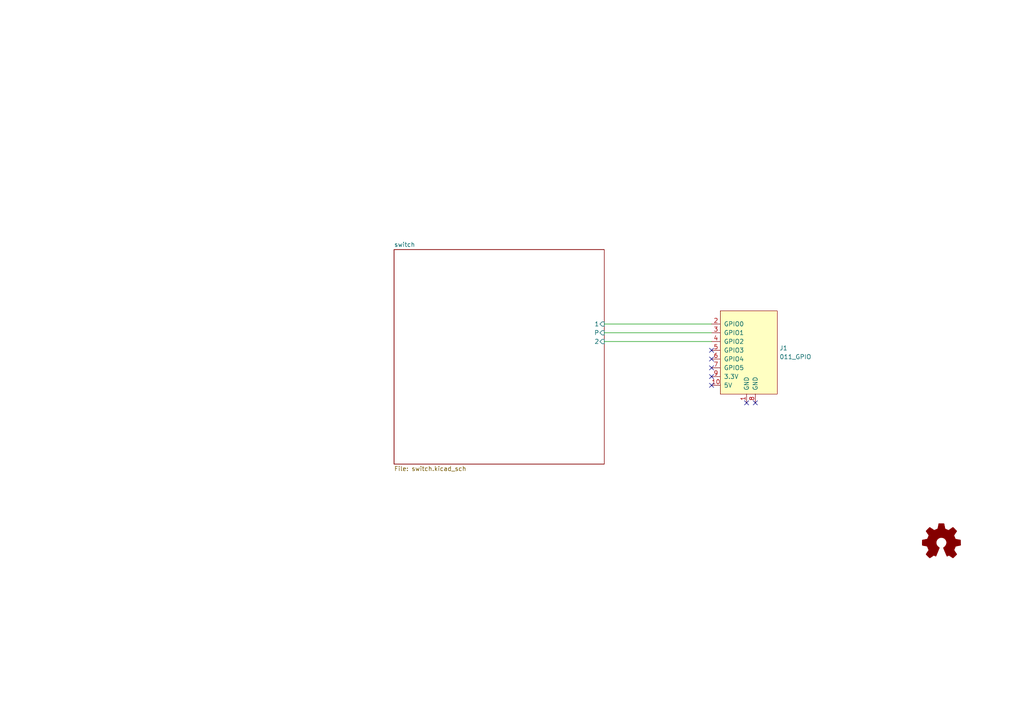
<source format=kicad_sch>
(kicad_sch (version 20211123) (generator eeschema)

  (uuid 57732dd3-1162-4c3f-88bd-31bf473d124d)

  (paper "A4")

  (lib_symbols
    (symbol "Graphic:Logo_Open_Hardware_Small" (pin_names (offset 1.016)) (in_bom yes) (on_board yes)
      (property "Reference" "#LOGO" (id 0) (at 0 6.985 0)
        (effects (font (size 1.27 1.27)) hide)
      )
      (property "Value" "Logo_Open_Hardware_Small" (id 1) (at 0 -5.715 0)
        (effects (font (size 1.27 1.27)) hide)
      )
      (property "Footprint" "" (id 2) (at 0 0 0)
        (effects (font (size 1.27 1.27)) hide)
      )
      (property "Datasheet" "~" (id 3) (at 0 0 0)
        (effects (font (size 1.27 1.27)) hide)
      )
      (property "ki_keywords" "Logo" (id 4) (at 0 0 0)
        (effects (font (size 1.27 1.27)) hide)
      )
      (property "ki_description" "Open Hardware logo, small" (id 5) (at 0 0 0)
        (effects (font (size 1.27 1.27)) hide)
      )
      (symbol "Logo_Open_Hardware_Small_0_1"
        (polyline
          (pts
            (xy 3.3528 -4.3434)
            (xy 3.302 -4.318)
            (xy 3.175 -4.2418)
            (xy 2.9972 -4.1148)
            (xy 2.7686 -3.9624)
            (xy 2.54 -3.81)
            (xy 2.3622 -3.7084)
            (xy 2.2352 -3.6068)
            (xy 2.1844 -3.5814)
            (xy 2.159 -3.6068)
            (xy 2.0574 -3.6576)
            (xy 1.905 -3.7338)
            (xy 1.8034 -3.7846)
            (xy 1.6764 -3.8354)
            (xy 1.6002 -3.8354)
            (xy 1.6002 -3.8354)
            (xy 1.5494 -3.7338)
            (xy 1.4732 -3.5306)
            (xy 1.3462 -3.302)
            (xy 1.2446 -3.0226)
            (xy 1.1176 -2.7178)
            (xy 0.9652 -2.413)
            (xy 0.8636 -2.1082)
            (xy 0.7366 -1.8288)
            (xy 0.6604 -1.6256)
            (xy 0.6096 -1.4732)
            (xy 0.5842 -1.397)
            (xy 0.5842 -1.397)
            (xy 0.6604 -1.3208)
            (xy 0.7874 -1.2446)
            (xy 1.0414 -1.016)
            (xy 1.2954 -0.6858)
            (xy 1.4478 -0.3302)
            (xy 1.524 0.0762)
            (xy 1.4732 0.4572)
            (xy 1.3208 0.8128)
            (xy 1.0668 1.143)
            (xy 0.762 1.3716)
            (xy 0.4064 1.524)
            (xy 0 1.5748)
            (xy -0.381 1.5494)
            (xy -0.7366 1.397)
            (xy -1.0668 1.143)
            (xy -1.2192 0.9906)
            (xy -1.397 0.6604)
            (xy -1.524 0.3048)
            (xy -1.524 0.2286)
            (xy -1.4986 -0.1778)
            (xy -1.397 -0.5334)
            (xy -1.1938 -0.8636)
            (xy -0.9144 -1.143)
            (xy -0.8636 -1.1684)
            (xy -0.7366 -1.27)
            (xy -0.635 -1.3462)
            (xy -0.5842 -1.397)
            (xy -1.0668 -2.5908)
            (xy -1.143 -2.794)
            (xy -1.2954 -3.1242)
            (xy -1.397 -3.4036)
            (xy -1.4986 -3.6322)
            (xy -1.5748 -3.7846)
            (xy -1.6002 -3.8354)
            (xy -1.6002 -3.8354)
            (xy -1.651 -3.8354)
            (xy -1.7272 -3.81)
            (xy -1.905 -3.7338)
            (xy -2.0066 -3.683)
            (xy -2.1336 -3.6068)
            (xy -2.2098 -3.5814)
            (xy -2.2606 -3.6068)
            (xy -2.3622 -3.683)
            (xy -2.54 -3.81)
            (xy -2.7686 -3.9624)
            (xy -2.9718 -4.0894)
            (xy -3.1496 -4.2164)
            (xy -3.302 -4.318)
            (xy -3.3528 -4.3434)
            (xy -3.3782 -4.3434)
            (xy -3.429 -4.318)
            (xy -3.5306 -4.2164)
            (xy -3.7084 -4.064)
            (xy -3.937 -3.8354)
            (xy -3.9624 -3.81)
            (xy -4.1656 -3.6068)
            (xy -4.318 -3.4544)
            (xy -4.4196 -3.3274)
            (xy -4.445 -3.2766)
            (xy -4.445 -3.2766)
            (xy -4.4196 -3.2258)
            (xy -4.318 -3.0734)
            (xy -4.2164 -2.8956)
            (xy -4.064 -2.667)
            (xy -3.6576 -2.0828)
            (xy -3.8862 -1.5494)
            (xy -3.937 -1.3716)
            (xy -4.0386 -1.1684)
            (xy -4.0894 -1.0414)
            (xy -4.1148 -0.9652)
            (xy -4.191 -0.9398)
            (xy -4.318 -0.9144)
            (xy -4.5466 -0.8636)
            (xy -4.8006 -0.8128)
            (xy -5.0546 -0.7874)
            (xy -5.2578 -0.7366)
            (xy -5.4356 -0.7112)
            (xy -5.5118 -0.6858)
            (xy -5.5118 -0.6858)
            (xy -5.5372 -0.635)
            (xy -5.5372 -0.5588)
            (xy -5.5372 -0.4318)
            (xy -5.5626 -0.2286)
            (xy -5.5626 0.0762)
            (xy -5.5626 0.127)
            (xy -5.5372 0.4064)
            (xy -5.5372 0.635)
            (xy -5.5372 0.762)
            (xy -5.5372 0.8382)
            (xy -5.5372 0.8382)
            (xy -5.461 0.8382)
            (xy -5.3086 0.889)
            (xy -5.08 0.9144)
            (xy -4.826 0.9652)
            (xy -4.8006 0.9906)
            (xy -4.5466 1.0414)
            (xy -4.318 1.0668)
            (xy -4.1656 1.1176)
            (xy -4.0894 1.143)
            (xy -4.0894 1.143)
            (xy -4.0386 1.2446)
            (xy -3.9624 1.4224)
            (xy -3.8608 1.6256)
            (xy -3.7846 1.8288)
            (xy -3.7084 2.0066)
            (xy -3.6576 2.159)
            (xy -3.6322 2.2098)
            (xy -3.6322 2.2098)
            (xy -3.683 2.286)
            (xy -3.7592 2.413)
            (xy -3.8862 2.5908)
            (xy -4.064 2.8194)
            (xy -4.064 2.8448)
            (xy -4.2164 3.0734)
            (xy -4.3434 3.2512)
            (xy -4.4196 3.3782)
            (xy -4.445 3.4544)
            (xy -4.445 3.4544)
            (xy -4.3942 3.5052)
            (xy -4.2926 3.6322)
            (xy -4.1148 3.81)
            (xy -3.937 4.0132)
            (xy -3.8608 4.064)
            (xy -3.6576 4.2926)
            (xy -3.5052 4.4196)
            (xy -3.4036 4.4958)
            (xy -3.3528 4.5212)
            (xy -3.3528 4.5212)
            (xy -3.302 4.4704)
            (xy -3.1496 4.3688)
            (xy -2.9718 4.2418)
            (xy -2.7432 4.0894)
            (xy -2.7178 4.0894)
            (xy -2.4892 3.937)
            (xy -2.3114 3.81)
            (xy -2.1844 3.7084)
            (xy -2.1336 3.683)
            (xy -2.1082 3.683)
            (xy -2.032 3.7084)
            (xy -1.8542 3.7592)
            (xy -1.6764 3.8354)
            (xy -1.4732 3.937)
            (xy -1.27 4.0132)
            (xy -1.143 4.064)
            (xy -1.0668 4.1148)
            (xy -1.0668 4.1148)
            (xy -1.0414 4.191)
            (xy -1.016 4.3434)
            (xy -0.9652 4.572)
            (xy -0.9144 4.8514)
            (xy -0.889 4.9022)
            (xy -0.8382 5.1562)
            (xy -0.8128 5.3848)
            (xy -0.7874 5.5372)
            (xy -0.762 5.588)
            (xy -0.7112 5.6134)
            (xy -0.5842 5.6134)
            (xy -0.4064 5.6134)
            (xy -0.1524 5.6134)
            (xy 0.0762 5.6134)
            (xy 0.3302 5.6134)
            (xy 0.5334 5.6134)
            (xy 0.6858 5.588)
            (xy 0.7366 5.588)
            (xy 0.7366 5.588)
            (xy 0.762 5.5118)
            (xy 0.8128 5.334)
            (xy 0.8382 5.1054)
            (xy 0.9144 4.826)
            (xy 0.9144 4.7752)
            (xy 0.9652 4.5212)
            (xy 1.016 4.2926)
            (xy 1.0414 4.1402)
            (xy 1.0668 4.0894)
            (xy 1.0668 4.0894)
            (xy 1.1938 4.0386)
            (xy 1.3716 3.9624)
            (xy 1.5748 3.8608)
            (xy 2.0828 3.6576)
            (xy 2.7178 4.0894)
            (xy 2.7686 4.1402)
            (xy 2.9972 4.2926)
            (xy 3.175 4.4196)
            (xy 3.302 4.4958)
            (xy 3.3782 4.5212)
            (xy 3.3782 4.5212)
            (xy 3.429 4.4704)
            (xy 3.556 4.3434)
            (xy 3.7338 4.191)
            (xy 3.9116 3.9878)
            (xy 4.064 3.8354)
            (xy 4.2418 3.6576)
            (xy 4.3434 3.556)
            (xy 4.4196 3.4798)
            (xy 4.4196 3.429)
            (xy 4.4196 3.4036)
            (xy 4.3942 3.3274)
            (xy 4.2926 3.2004)
            (xy 4.1656 2.9972)
            (xy 4.0132 2.794)
            (xy 3.8862 2.5908)
            (xy 3.7592 2.3876)
            (xy 3.6576 2.2352)
            (xy 3.6322 2.159)
            (xy 3.6322 2.1336)
            (xy 3.683 2.0066)
            (xy 3.7592 1.8288)
            (xy 3.8608 1.6002)
            (xy 4.064 1.1176)
            (xy 4.3942 1.0414)
            (xy 4.5974 1.016)
            (xy 4.8768 0.9652)
            (xy 5.1308 0.9144)
            (xy 5.5372 0.8382)
            (xy 5.5626 -0.6604)
            (xy 5.4864 -0.6858)
            (xy 5.4356 -0.6858)
            (xy 5.2832 -0.7366)
            (xy 5.0546 -0.762)
            (xy 4.8006 -0.8128)
            (xy 4.5974 -0.8636)
            (xy 4.3688 -0.9144)
            (xy 4.2164 -0.9398)
            (xy 4.1402 -0.9398)
            (xy 4.1148 -0.9652)
            (xy 4.064 -1.0668)
            (xy 3.9878 -1.2446)
            (xy 3.9116 -1.4478)
            (xy 3.81 -1.651)
            (xy 3.7338 -1.8542)
            (xy 3.683 -2.0066)
            (xy 3.6576 -2.0828)
            (xy 3.683 -2.1336)
            (xy 3.7846 -2.2606)
            (xy 3.8862 -2.4638)
            (xy 4.0386 -2.667)
            (xy 4.191 -2.8956)
            (xy 4.318 -3.0734)
            (xy 4.3942 -3.2004)
            (xy 4.445 -3.2766)
            (xy 4.4196 -3.3274)
            (xy 4.3434 -3.429)
            (xy 4.1656 -3.5814)
            (xy 3.937 -3.8354)
            (xy 3.8862 -3.8608)
            (xy 3.683 -4.064)
            (xy 3.5306 -4.2164)
            (xy 3.4036 -4.318)
            (xy 3.3528 -4.3434)
          )
          (stroke (width 0) (type default) (color 0 0 0 0))
          (fill (type outline))
        )
      )
    )
    (symbol "put_on_edge:011_GPIO" (pin_names (offset 1.016)) (in_bom yes) (on_board yes)
      (property "Reference" "J" (id 0) (at -2.54 13.97 0)
        (effects (font (size 1.27 1.27)))
      )
      (property "Value" "011_GPIO" (id 1) (at 8.89 13.97 0)
        (effects (font (size 1.27 1.27)))
      )
      (property "Footprint" "" (id 2) (at 7.62 16.51 0)
        (effects (font (size 1.27 1.27)) hide)
      )
      (property "Datasheet" "" (id 3) (at 7.62 16.51 0)
        (effects (font (size 1.27 1.27)) hide)
      )
      (symbol "011_GPIO_0_1"
        (rectangle (start -8.89 12.7) (end 7.62 -11.43)
          (stroke (width 0) (type default) (color 0 0 0 0))
          (fill (type background))
        )
      )
      (symbol "011_GPIO_1_1"
        (pin power_in line (at -1.27 -13.97 90) (length 2.54)
          (name "GND" (effects (font (size 1.27 1.27))))
          (number "1" (effects (font (size 1.27 1.27))))
        )
        (pin power_in line (at -11.43 -8.89 0) (length 2.54)
          (name "5V" (effects (font (size 1.27 1.27))))
          (number "10" (effects (font (size 1.27 1.27))))
        )
        (pin bidirectional line (at -11.43 8.89 0) (length 2.54)
          (name "GPIO0" (effects (font (size 1.27 1.27))))
          (number "2" (effects (font (size 1.27 1.27))))
        )
        (pin bidirectional line (at -11.43 6.35 0) (length 2.54)
          (name "GPIO1" (effects (font (size 1.27 1.27))))
          (number "3" (effects (font (size 1.27 1.27))))
        )
        (pin bidirectional line (at -11.43 3.81 0) (length 2.54)
          (name "GPIO2" (effects (font (size 1.27 1.27))))
          (number "4" (effects (font (size 1.27 1.27))))
        )
        (pin bidirectional line (at -11.43 1.27 0) (length 2.54)
          (name "GPIO3" (effects (font (size 1.27 1.27))))
          (number "5" (effects (font (size 1.27 1.27))))
        )
        (pin bidirectional line (at -11.43 -1.27 0) (length 2.54)
          (name "GPIO4" (effects (font (size 1.27 1.27))))
          (number "6" (effects (font (size 1.27 1.27))))
        )
        (pin bidirectional line (at -11.43 -3.81 0) (length 2.54)
          (name "GPIO5" (effects (font (size 1.27 1.27))))
          (number "7" (effects (font (size 1.27 1.27))))
        )
        (pin power_in line (at 1.27 -13.97 90) (length 2.54)
          (name "GND" (effects (font (size 1.27 1.27))))
          (number "8" (effects (font (size 1.27 1.27))))
        )
        (pin power_in line (at -11.43 -6.35 0) (length 2.54)
          (name "3.3V" (effects (font (size 1.27 1.27))))
          (number "9" (effects (font (size 1.27 1.27))))
        )
      )
    )
  )


  (no_connect (at 206.375 101.6) (uuid 9fc889e1-1ed1-4d77-af10-fd512fca7208))
  (no_connect (at 216.535 116.84) (uuid 9fc889e1-1ed1-4d77-af10-fd512fca7208))
  (no_connect (at 219.075 116.84) (uuid 9fc889e1-1ed1-4d77-af10-fd512fca7208))
  (no_connect (at 206.375 111.76) (uuid 9fc889e1-1ed1-4d77-af10-fd512fca7208))
  (no_connect (at 206.375 109.22) (uuid 9fc889e1-1ed1-4d77-af10-fd512fca7208))
  (no_connect (at 206.375 106.68) (uuid 9fc889e1-1ed1-4d77-af10-fd512fca7208))
  (no_connect (at 206.375 104.14) (uuid 9fc889e1-1ed1-4d77-af10-fd512fca7208))

  (wire (pts (xy 175.26 93.98) (xy 206.375 93.98))
    (stroke (width 0) (type default) (color 0 0 0 0))
    (uuid 29471340-bfe6-4177-a021-0866b0932631)
  )
  (wire (pts (xy 175.26 99.06) (xy 206.375 99.06))
    (stroke (width 0) (type default) (color 0 0 0 0))
    (uuid 8ba48bf0-9f15-4f15-9285-b1140af0a908)
  )
  (wire (pts (xy 175.26 96.52) (xy 206.375 96.52))
    (stroke (width 0) (type default) (color 0 0 0 0))
    (uuid dc88a194-f6e7-4e21-baba-18dbe4f8da50)
  )

  (symbol (lib_id "put_on_edge:011_GPIO") (at 217.805 102.87 0) (unit 1)
    (in_bom yes) (on_board yes) (fields_autoplaced)
    (uuid 00b79b91-0f4b-4266-906c-fb44eb0c2531)
    (property "Reference" "J1" (id 0) (at 226.06 100.9649 0)
      (effects (font (size 1.27 1.27)) (justify left))
    )
    (property "Value" "011_GPIO" (id 1) (at 226.06 103.5049 0)
      (effects (font (size 1.27 1.27)) (justify left))
    )
    (property "Footprint" "on_edge:on_edge_2x05_device" (id 2) (at 225.425 86.36 0)
      (effects (font (size 1.27 1.27)) hide)
    )
    (property "Datasheet" "" (id 3) (at 225.425 86.36 0)
      (effects (font (size 1.27 1.27)) hide)
    )
    (pin "1" (uuid f6c8bb3e-e627-4071-bf25-7f4ba4be540d))
    (pin "10" (uuid ddb9deb4-88c8-49a9-9bcc-4dc1d47732bf))
    (pin "2" (uuid 585af0dc-1515-46df-a4bd-e95a9d2c8f80))
    (pin "3" (uuid df6f8dd4-3339-49db-a333-382bf893eb2a))
    (pin "4" (uuid 2f502d83-cb9b-4a02-b807-15d25c406cc1))
    (pin "5" (uuid f22d5f22-0023-41ec-8d99-20ac7414ab33))
    (pin "6" (uuid 25f4b4ca-9fa5-448e-bdd0-a5d74dd58136))
    (pin "7" (uuid 3dd1f80d-eea8-4adf-9f9c-efde6e9114b0))
    (pin "8" (uuid 7ed6809c-ec2f-4392-ab76-1e3bb2197f9f))
    (pin "9" (uuid c12f4d73-a1ea-4c82-b876-3235f3a3ac65))
  )

  (symbol (lib_id "Graphic:Logo_Open_Hardware_Small") (at 273.05 157.48 0) (unit 1)
    (in_bom yes) (on_board yes) (fields_autoplaced)
    (uuid b72b6f4a-7489-40f2-bb90-d75ae01aa368)
    (property "Reference" "LOGO1" (id 0) (at 273.05 150.495 0)
      (effects (font (size 1.27 1.27)) hide)
    )
    (property "Value" "Logo_Open_Hardware_Small" (id 1) (at 273.05 163.195 0)
      (effects (font (size 1.27 1.27)) hide)
    )
    (property "Footprint" "Symbol:OSHW-Symbol_6.7x6mm_SilkScreen" (id 2) (at 273.05 157.48 0)
      (effects (font (size 1.27 1.27)) hide)
    )
    (property "Datasheet" "~" (id 3) (at 273.05 157.48 0)
      (effects (font (size 1.27 1.27)) hide)
    )
  )

  (sheet (at 114.3 72.39) (size 60.96 62.23) (fields_autoplaced)
    (stroke (width 0.1524) (type solid) (color 0 0 0 0))
    (fill (color 0 0 0 0.0000))
    (uuid 767ce4c6-0e55-4543-92f0-34cb8237a544)
    (property "Sheet name" "switch" (id 0) (at 114.3 71.6784 0)
      (effects (font (size 1.27 1.27)) (justify left bottom))
    )
    (property "Sheet file" "switch.kicad_sch" (id 1) (at 114.3 135.2046 0)
      (effects (font (size 1.27 1.27)) (justify left top))
    )
    (pin "P" input (at 175.26 96.52 0)
      (effects (font (size 1.27 1.27)) (justify right))
      (uuid 194e8f4b-78bf-42e7-82dd-03110728c6af)
    )
    (pin "1" input (at 175.26 93.98 0)
      (effects (font (size 1.27 1.27)) (justify right))
      (uuid 2618e9f8-719c-409c-b227-54d3635b256e)
    )
    (pin "2" input (at 175.26 99.06 0)
      (effects (font (size 1.27 1.27)) (justify right))
      (uuid 803d2c26-2e18-4413-91fd-480fdf2e0f3c)
    )
  )

  (sheet_instances
    (path "/" (page "1"))
    (path "/767ce4c6-0e55-4543-92f0-34cb8237a544" (page "2"))
  )

  (symbol_instances
    (path "/00b79b91-0f4b-4266-906c-fb44eb0c2531"
      (reference "J1") (unit 1) (value "011_GPIO") (footprint "on_edge:on_edge_2x05_device")
    )
    (path "/b72b6f4a-7489-40f2-bb90-d75ae01aa368"
      (reference "LOGO1") (unit 1) (value "Logo_Open_Hardware_Small") (footprint "Symbol:OSHW-Symbol_6.7x6mm_SilkScreen")
    )
    (path "/767ce4c6-0e55-4543-92f0-34cb8237a544/16181ce6-4df3-45c5-ac83-ed39591bfa9b"
      (reference "SW1") (unit 1) (value "SW_SPDT") (footprint "b111:SW_CuK_E103MD1ABE_SPDT_Angled")
    )
  )
)

</source>
